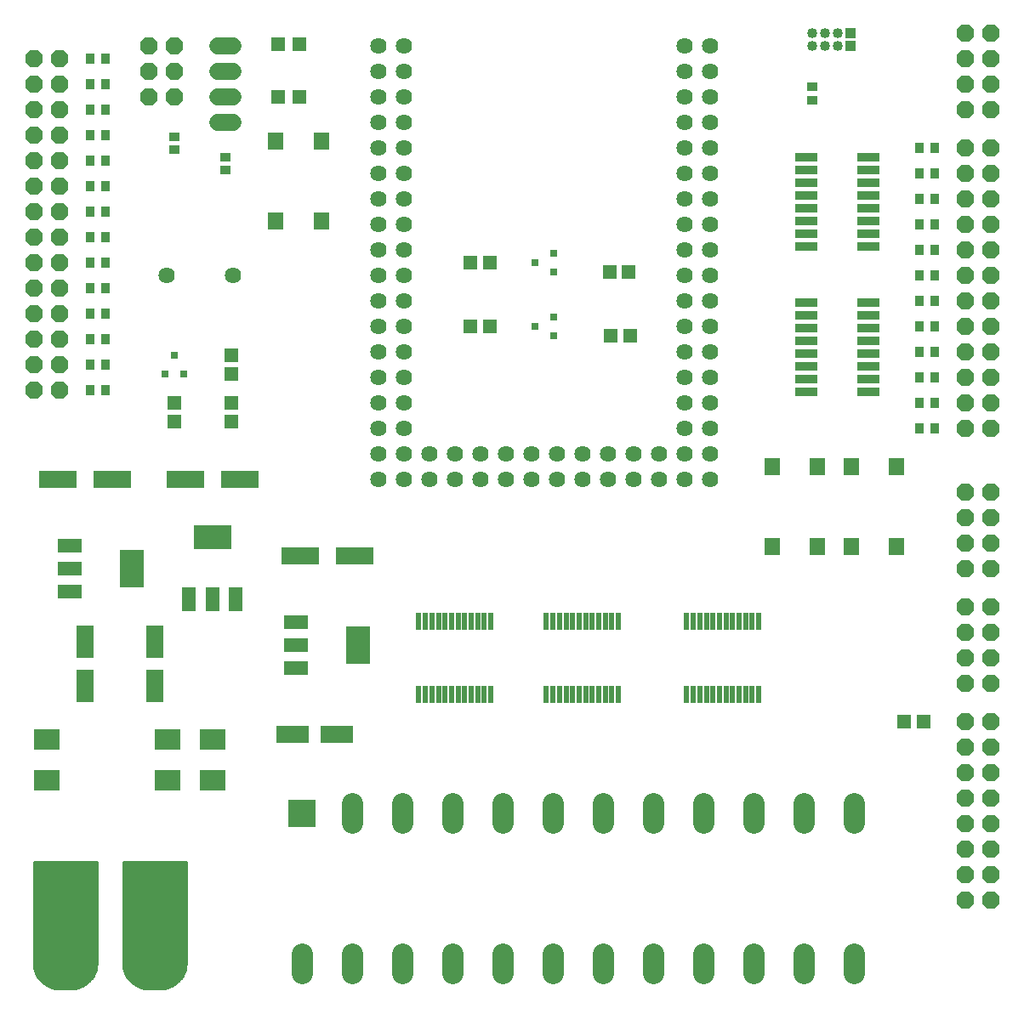
<source format=gts>
G75*
%MOIN*%
%OFA0B0*%
%FSLAX25Y25*%
%IPPOS*%
%LPD*%
%AMOC8*
5,1,8,0,0,1.08239X$1,22.5*
%
%ADD10C,0.06400*%
%ADD11R,0.07099X0.12611*%
%ADD12R,0.14580X0.07099*%
%ADD13R,0.12611X0.07099*%
%ADD14R,0.05800X0.05300*%
%ADD15R,0.10249X0.07887*%
%ADD16R,0.05600X0.09600*%
%ADD17R,0.14973X0.09461*%
%ADD18R,0.09600X0.05600*%
%ADD19R,0.09461X0.14973*%
%ADD20R,0.08800X0.03400*%
%ADD21C,0.04000*%
%ADD22R,0.04000X0.04000*%
%ADD23R,0.10800X0.10800*%
%ADD24C,0.08400*%
%ADD25OC8,0.06800*%
%ADD26C,0.06800*%
%ADD27R,0.05524X0.05524*%
%ADD28R,0.03200X0.04300*%
%ADD29R,0.04343X0.03556*%
%ADD30R,0.05300X0.05800*%
%ADD31R,0.03300X0.05800*%
%ADD32C,0.00500*%
%ADD33R,0.02375X0.06706*%
%ADD34R,0.03162X0.03162*%
%ADD35R,0.05918X0.06902*%
D10*
X0146000Y0211000D03*
X0146000Y0221000D03*
X0146000Y0231000D03*
X0146000Y0241000D03*
X0146000Y0251000D03*
X0146000Y0261000D03*
X0146000Y0271000D03*
X0146000Y0281000D03*
X0146000Y0291000D03*
X0146000Y0301000D03*
X0146000Y0311000D03*
X0146000Y0321000D03*
X0146000Y0331000D03*
X0146000Y0341000D03*
X0146000Y0351000D03*
X0146000Y0361000D03*
X0146000Y0371000D03*
X0146000Y0381000D03*
X0156000Y0381000D03*
X0156000Y0371000D03*
X0156000Y0361000D03*
X0156000Y0351000D03*
X0156000Y0341000D03*
X0156000Y0331000D03*
X0156000Y0321000D03*
X0156000Y0311000D03*
X0156000Y0301000D03*
X0156000Y0291000D03*
X0156000Y0281000D03*
X0156000Y0271000D03*
X0156000Y0261000D03*
X0156000Y0251000D03*
X0156000Y0241000D03*
X0156000Y0231000D03*
X0156000Y0221000D03*
X0156000Y0211000D03*
X0166000Y0211000D03*
X0166000Y0221000D03*
X0176000Y0221000D03*
X0176000Y0211000D03*
X0186000Y0211000D03*
X0186000Y0221000D03*
X0196000Y0221000D03*
X0196000Y0211000D03*
X0206000Y0211000D03*
X0206000Y0221000D03*
X0216000Y0221000D03*
X0216000Y0211000D03*
X0226000Y0211000D03*
X0226000Y0221000D03*
X0236000Y0221000D03*
X0236000Y0211000D03*
X0246000Y0211000D03*
X0246000Y0221000D03*
X0256000Y0221000D03*
X0256000Y0211000D03*
X0266000Y0211000D03*
X0266000Y0221000D03*
X0276000Y0221000D03*
X0276000Y0211000D03*
X0276000Y0231000D03*
X0276000Y0241000D03*
X0266000Y0241000D03*
X0266000Y0231000D03*
X0266000Y0251000D03*
X0266000Y0261000D03*
X0276000Y0261000D03*
X0276000Y0251000D03*
X0276000Y0271000D03*
X0276000Y0281000D03*
X0266000Y0281000D03*
X0266000Y0271000D03*
X0266000Y0291000D03*
X0276000Y0291000D03*
X0276000Y0301000D03*
X0276000Y0311000D03*
X0266000Y0311000D03*
X0266000Y0301000D03*
X0266000Y0321000D03*
X0266000Y0331000D03*
X0276000Y0331000D03*
X0276000Y0321000D03*
X0276000Y0341000D03*
X0276000Y0351000D03*
X0266000Y0351000D03*
X0266000Y0341000D03*
X0266000Y0361000D03*
X0266000Y0371000D03*
X0276000Y0371000D03*
X0276000Y0361000D03*
X0276000Y0381000D03*
X0266000Y0381000D03*
X0088992Y0291000D03*
X0063008Y0291000D03*
D11*
X0058500Y0147161D03*
X0058500Y0129839D03*
X0031000Y0129839D03*
X0031000Y0147161D03*
D12*
X0020370Y0211000D03*
X0041630Y0211000D03*
X0070370Y0211000D03*
X0091630Y0211000D03*
X0115370Y0181000D03*
X0136630Y0181000D03*
D13*
X0129661Y0111000D03*
X0112339Y0111000D03*
D14*
X0088500Y0233500D03*
X0088500Y0241000D03*
X0088500Y0252250D03*
X0088500Y0259750D03*
X0066000Y0241000D03*
X0066000Y0233500D03*
D15*
X0063500Y0108972D03*
X0063500Y0093028D03*
X0081000Y0093028D03*
X0081000Y0108972D03*
X0016000Y0108972D03*
X0016000Y0093028D03*
D16*
X0071900Y0163800D03*
X0081000Y0163800D03*
X0090100Y0163800D03*
D17*
X0081000Y0188201D03*
D18*
X0113800Y0155100D03*
X0113800Y0146000D03*
X0113800Y0136900D03*
X0025050Y0166900D03*
X0025050Y0176000D03*
X0025050Y0185100D03*
D19*
X0049451Y0176000D03*
X0138201Y0146000D03*
D20*
X0313900Y0245375D03*
X0313900Y0250375D03*
X0313900Y0255375D03*
X0313900Y0260375D03*
X0313900Y0265375D03*
X0313900Y0270375D03*
X0313900Y0275375D03*
X0313900Y0280375D03*
X0313900Y0302250D03*
X0313900Y0307250D03*
X0313900Y0312250D03*
X0313900Y0317250D03*
X0313900Y0322250D03*
X0313900Y0327250D03*
X0313900Y0332250D03*
X0313900Y0337250D03*
X0338100Y0337250D03*
X0338100Y0332250D03*
X0338100Y0327250D03*
X0338100Y0322250D03*
X0338100Y0317250D03*
X0338100Y0312250D03*
X0338100Y0307250D03*
X0338100Y0302250D03*
X0338100Y0280375D03*
X0338100Y0275375D03*
X0338100Y0270375D03*
X0338100Y0265375D03*
X0338100Y0260375D03*
X0338100Y0255375D03*
X0338100Y0250375D03*
X0338100Y0245375D03*
D21*
X0326000Y0381000D03*
X0326000Y0386000D03*
X0321000Y0386000D03*
X0321000Y0381000D03*
X0316000Y0381000D03*
X0316000Y0386000D03*
D22*
X0331000Y0386000D03*
X0331000Y0381000D03*
D23*
X0116000Y0080055D03*
D24*
X0135685Y0076255D02*
X0135685Y0083855D01*
X0155370Y0083855D02*
X0155370Y0076255D01*
X0175055Y0076255D02*
X0175055Y0083855D01*
X0194740Y0083855D02*
X0194740Y0076255D01*
X0214425Y0076255D02*
X0214425Y0083855D01*
X0234110Y0083855D02*
X0234110Y0076255D01*
X0253795Y0076255D02*
X0253795Y0083855D01*
X0273480Y0083855D02*
X0273480Y0076255D01*
X0293165Y0076255D02*
X0293165Y0083855D01*
X0312850Y0083855D02*
X0312850Y0076255D01*
X0332535Y0076255D02*
X0332535Y0083855D01*
X0332535Y0024800D02*
X0332535Y0017200D01*
X0312850Y0017200D02*
X0312850Y0024800D01*
X0293165Y0024800D02*
X0293165Y0017200D01*
X0273480Y0017200D02*
X0273480Y0024800D01*
X0253795Y0024800D02*
X0253795Y0017200D01*
X0234110Y0017200D02*
X0234110Y0024800D01*
X0214425Y0024800D02*
X0214425Y0017200D01*
X0194740Y0017200D02*
X0194740Y0024800D01*
X0175055Y0024800D02*
X0175055Y0017200D01*
X0155370Y0017200D02*
X0155370Y0024800D01*
X0135685Y0024800D02*
X0135685Y0017200D01*
X0116000Y0017200D02*
X0116000Y0024800D01*
D25*
X0021000Y0246000D03*
X0021000Y0256000D03*
X0021000Y0266000D03*
X0021000Y0276000D03*
X0021000Y0286000D03*
X0021000Y0296000D03*
X0021000Y0306000D03*
X0021000Y0316000D03*
X0021000Y0326000D03*
X0021000Y0336000D03*
X0021000Y0346000D03*
X0021000Y0356000D03*
X0021000Y0366000D03*
X0021000Y0376000D03*
X0011000Y0376000D03*
X0011000Y0366000D03*
X0011000Y0356000D03*
X0011000Y0346000D03*
X0011000Y0336000D03*
X0011000Y0326000D03*
X0011000Y0316000D03*
X0011000Y0306000D03*
X0011000Y0296000D03*
X0011000Y0286000D03*
X0011000Y0276000D03*
X0011000Y0266000D03*
X0011000Y0256000D03*
X0011000Y0246000D03*
X0056000Y0361000D03*
X0056000Y0371000D03*
X0066000Y0371000D03*
X0066000Y0361000D03*
X0066000Y0381000D03*
X0056000Y0381000D03*
X0376000Y0376000D03*
X0376000Y0366000D03*
X0386000Y0366000D03*
X0386000Y0376000D03*
X0386000Y0386000D03*
X0376000Y0386000D03*
X0376000Y0356000D03*
X0386000Y0356000D03*
X0386000Y0341000D03*
X0376000Y0341000D03*
X0376000Y0331000D03*
X0376000Y0321000D03*
X0386000Y0321000D03*
X0386000Y0331000D03*
X0386000Y0311000D03*
X0386000Y0301000D03*
X0376000Y0301000D03*
X0376000Y0311000D03*
X0376000Y0291000D03*
X0386000Y0291000D03*
X0386000Y0281000D03*
X0386000Y0271000D03*
X0376000Y0271000D03*
X0376000Y0281000D03*
X0376000Y0261000D03*
X0376000Y0251000D03*
X0386000Y0251000D03*
X0386000Y0261000D03*
X0386000Y0241000D03*
X0386000Y0231000D03*
X0376000Y0231000D03*
X0376000Y0241000D03*
X0376000Y0206000D03*
X0386000Y0206000D03*
X0386000Y0196000D03*
X0376000Y0196000D03*
X0376000Y0186000D03*
X0376000Y0176000D03*
X0386000Y0176000D03*
X0386000Y0186000D03*
X0386000Y0161000D03*
X0386000Y0151000D03*
X0376000Y0151000D03*
X0376000Y0161000D03*
X0376000Y0141000D03*
X0376000Y0131000D03*
X0386000Y0131000D03*
X0386000Y0141000D03*
X0386000Y0116000D03*
X0376000Y0116000D03*
X0376000Y0106000D03*
X0376000Y0096000D03*
X0386000Y0096000D03*
X0386000Y0106000D03*
X0386000Y0086000D03*
X0386000Y0076000D03*
X0376000Y0076000D03*
X0376000Y0086000D03*
X0376000Y0066000D03*
X0376000Y0056000D03*
X0386000Y0056000D03*
X0386000Y0066000D03*
X0386000Y0046000D03*
X0376000Y0046000D03*
D26*
X0089000Y0351000D02*
X0083000Y0351000D01*
X0083000Y0361000D02*
X0089000Y0361000D01*
X0089000Y0371000D02*
X0083000Y0371000D01*
X0083000Y0381000D02*
X0089000Y0381000D01*
D27*
X0106866Y0381625D03*
X0115134Y0381625D03*
X0115134Y0361000D03*
X0106866Y0361000D03*
D28*
X0038950Y0356000D03*
X0033050Y0356000D03*
X0033050Y0346000D03*
X0038950Y0346000D03*
X0038950Y0336000D03*
X0033050Y0336000D03*
X0033050Y0326000D03*
X0038950Y0326000D03*
X0038950Y0316000D03*
X0033050Y0316000D03*
X0033050Y0306000D03*
X0038950Y0306000D03*
X0038950Y0296000D03*
X0033050Y0296000D03*
X0033050Y0286000D03*
X0038950Y0286000D03*
X0038950Y0276000D03*
X0033050Y0276000D03*
X0033050Y0266000D03*
X0038950Y0266000D03*
X0038950Y0256000D03*
X0033050Y0256000D03*
X0033050Y0246000D03*
X0038950Y0246000D03*
X0038950Y0366000D03*
X0033050Y0366000D03*
X0033050Y0376000D03*
X0038950Y0376000D03*
X0358050Y0341000D03*
X0363950Y0341000D03*
X0363950Y0331000D03*
X0358050Y0331000D03*
X0358050Y0321000D03*
X0363950Y0321000D03*
X0363950Y0311000D03*
X0358050Y0311000D03*
X0358050Y0301000D03*
X0363950Y0301000D03*
X0363950Y0291000D03*
X0358050Y0291000D03*
X0358050Y0281000D03*
X0363950Y0281000D03*
X0363950Y0271000D03*
X0358050Y0271000D03*
X0358050Y0261000D03*
X0363950Y0261000D03*
X0363950Y0251000D03*
X0358050Y0251000D03*
X0358050Y0241000D03*
X0363950Y0241000D03*
X0363950Y0231000D03*
X0358050Y0231000D03*
D29*
X0316000Y0359691D03*
X0316000Y0364809D03*
X0086000Y0337309D03*
X0086000Y0332191D03*
X0066000Y0340316D03*
X0066000Y0345434D03*
D30*
X0182250Y0296000D03*
X0189750Y0296000D03*
X0189750Y0271000D03*
X0182250Y0271000D03*
X0237250Y0267250D03*
X0244750Y0267250D03*
X0244125Y0292250D03*
X0236625Y0292250D03*
X0352250Y0116000D03*
X0359750Y0116000D03*
D31*
X0061000Y0046000D03*
X0026000Y0041000D03*
D32*
X0033067Y0013961D02*
X0013933Y0013961D01*
X0013443Y0014451D02*
X0014451Y0013443D01*
X0015594Y0012587D01*
X0016846Y0011904D01*
X0018183Y0011405D01*
X0019577Y0011102D01*
X0021000Y0011000D01*
X0026000Y0011000D01*
X0027423Y0011102D01*
X0028817Y0011405D01*
X0030154Y0011904D01*
X0031406Y0012587D01*
X0032549Y0013443D01*
X0033557Y0014451D01*
X0034413Y0015594D01*
X0035096Y0016846D01*
X0035595Y0018183D01*
X0035898Y0019577D01*
X0036000Y0021000D01*
X0036000Y0061000D01*
X0011000Y0061000D01*
X0011000Y0021000D01*
X0011102Y0019577D01*
X0011405Y0018183D01*
X0011904Y0016846D01*
X0012587Y0015594D01*
X0013443Y0014451D01*
X0013436Y0014460D02*
X0033564Y0014460D01*
X0033937Y0014958D02*
X0013063Y0014958D01*
X0012690Y0015457D02*
X0034310Y0015457D01*
X0034610Y0015955D02*
X0012390Y0015955D01*
X0012118Y0016454D02*
X0034882Y0016454D01*
X0035136Y0016952D02*
X0011864Y0016952D01*
X0011678Y0017451D02*
X0035322Y0017451D01*
X0035508Y0017949D02*
X0011492Y0017949D01*
X0011347Y0018448D02*
X0035653Y0018448D01*
X0035761Y0018946D02*
X0011239Y0018946D01*
X0011130Y0019445D02*
X0035870Y0019445D01*
X0035924Y0019943D02*
X0011076Y0019943D01*
X0011040Y0020442D02*
X0035960Y0020442D01*
X0035996Y0020940D02*
X0011004Y0020940D01*
X0011000Y0021439D02*
X0036000Y0021439D01*
X0036000Y0021937D02*
X0011000Y0021937D01*
X0011000Y0022436D02*
X0036000Y0022436D01*
X0036000Y0022934D02*
X0011000Y0022934D01*
X0011000Y0023433D02*
X0036000Y0023433D01*
X0036000Y0023932D02*
X0011000Y0023932D01*
X0011000Y0024430D02*
X0036000Y0024430D01*
X0036000Y0024929D02*
X0011000Y0024929D01*
X0011000Y0025427D02*
X0036000Y0025427D01*
X0036000Y0025926D02*
X0011000Y0025926D01*
X0011000Y0026424D02*
X0036000Y0026424D01*
X0036000Y0026923D02*
X0011000Y0026923D01*
X0011000Y0027421D02*
X0036000Y0027421D01*
X0036000Y0027920D02*
X0011000Y0027920D01*
X0011000Y0028418D02*
X0036000Y0028418D01*
X0036000Y0028917D02*
X0011000Y0028917D01*
X0011000Y0029415D02*
X0036000Y0029415D01*
X0036000Y0029914D02*
X0011000Y0029914D01*
X0011000Y0030412D02*
X0036000Y0030412D01*
X0036000Y0030911D02*
X0011000Y0030911D01*
X0011000Y0031409D02*
X0036000Y0031409D01*
X0036000Y0031908D02*
X0011000Y0031908D01*
X0011000Y0032406D02*
X0036000Y0032406D01*
X0036000Y0032905D02*
X0011000Y0032905D01*
X0011000Y0033403D02*
X0036000Y0033403D01*
X0036000Y0033902D02*
X0011000Y0033902D01*
X0011000Y0034400D02*
X0036000Y0034400D01*
X0036000Y0034899D02*
X0011000Y0034899D01*
X0011000Y0035397D02*
X0036000Y0035397D01*
X0036000Y0035896D02*
X0011000Y0035896D01*
X0011000Y0036394D02*
X0036000Y0036394D01*
X0036000Y0036893D02*
X0011000Y0036893D01*
X0011000Y0037391D02*
X0036000Y0037391D01*
X0036000Y0037890D02*
X0011000Y0037890D01*
X0011000Y0038388D02*
X0036000Y0038388D01*
X0036000Y0038887D02*
X0011000Y0038887D01*
X0011000Y0039385D02*
X0036000Y0039385D01*
X0036000Y0039884D02*
X0011000Y0039884D01*
X0011000Y0040382D02*
X0036000Y0040382D01*
X0036000Y0040881D02*
X0011000Y0040881D01*
X0011000Y0041379D02*
X0036000Y0041379D01*
X0036000Y0041878D02*
X0011000Y0041878D01*
X0011000Y0042376D02*
X0036000Y0042376D01*
X0036000Y0042875D02*
X0011000Y0042875D01*
X0011000Y0043373D02*
X0036000Y0043373D01*
X0036000Y0043872D02*
X0011000Y0043872D01*
X0011000Y0044370D02*
X0036000Y0044370D01*
X0036000Y0044869D02*
X0011000Y0044869D01*
X0011000Y0045368D02*
X0036000Y0045368D01*
X0036000Y0045866D02*
X0011000Y0045866D01*
X0011000Y0046365D02*
X0036000Y0046365D01*
X0036000Y0046863D02*
X0011000Y0046863D01*
X0011000Y0047362D02*
X0036000Y0047362D01*
X0036000Y0047860D02*
X0011000Y0047860D01*
X0011000Y0048359D02*
X0036000Y0048359D01*
X0036000Y0048857D02*
X0011000Y0048857D01*
X0011000Y0049356D02*
X0036000Y0049356D01*
X0036000Y0049854D02*
X0011000Y0049854D01*
X0011000Y0050353D02*
X0036000Y0050353D01*
X0036000Y0050851D02*
X0011000Y0050851D01*
X0011000Y0051350D02*
X0036000Y0051350D01*
X0036000Y0051848D02*
X0011000Y0051848D01*
X0011000Y0052347D02*
X0036000Y0052347D01*
X0036000Y0052845D02*
X0011000Y0052845D01*
X0011000Y0053344D02*
X0036000Y0053344D01*
X0036000Y0053842D02*
X0011000Y0053842D01*
X0011000Y0054341D02*
X0036000Y0054341D01*
X0036000Y0054839D02*
X0011000Y0054839D01*
X0011000Y0055338D02*
X0036000Y0055338D01*
X0036000Y0055836D02*
X0011000Y0055836D01*
X0011000Y0056335D02*
X0036000Y0056335D01*
X0036000Y0056833D02*
X0011000Y0056833D01*
X0011000Y0057332D02*
X0036000Y0057332D01*
X0036000Y0057830D02*
X0011000Y0057830D01*
X0011000Y0058329D02*
X0036000Y0058329D01*
X0036000Y0058827D02*
X0011000Y0058827D01*
X0011000Y0059326D02*
X0036000Y0059326D01*
X0036000Y0059824D02*
X0011000Y0059824D01*
X0011000Y0060323D02*
X0036000Y0060323D01*
X0036000Y0060821D02*
X0011000Y0060821D01*
X0046000Y0060821D02*
X0071000Y0060821D01*
X0071000Y0061000D02*
X0071000Y0021000D01*
X0070898Y0019577D01*
X0070595Y0018183D01*
X0070096Y0016846D01*
X0069413Y0015594D01*
X0068557Y0014451D01*
X0067549Y0013443D01*
X0066406Y0012587D01*
X0065154Y0011904D01*
X0063817Y0011405D01*
X0062423Y0011102D01*
X0061000Y0011000D01*
X0056000Y0011000D01*
X0054577Y0011102D01*
X0053183Y0011405D01*
X0051846Y0011904D01*
X0050594Y0012587D01*
X0049451Y0013443D01*
X0048443Y0014451D01*
X0047587Y0015594D01*
X0046904Y0016846D01*
X0046405Y0018183D01*
X0046102Y0019577D01*
X0046000Y0021000D01*
X0046000Y0061000D01*
X0071000Y0061000D01*
X0071000Y0060323D02*
X0046000Y0060323D01*
X0046000Y0059824D02*
X0071000Y0059824D01*
X0071000Y0059326D02*
X0046000Y0059326D01*
X0046000Y0058827D02*
X0071000Y0058827D01*
X0071000Y0058329D02*
X0046000Y0058329D01*
X0046000Y0057830D02*
X0071000Y0057830D01*
X0071000Y0057332D02*
X0046000Y0057332D01*
X0046000Y0056833D02*
X0071000Y0056833D01*
X0071000Y0056335D02*
X0046000Y0056335D01*
X0046000Y0055836D02*
X0071000Y0055836D01*
X0071000Y0055338D02*
X0046000Y0055338D01*
X0046000Y0054839D02*
X0071000Y0054839D01*
X0071000Y0054341D02*
X0046000Y0054341D01*
X0046000Y0053842D02*
X0071000Y0053842D01*
X0071000Y0053344D02*
X0046000Y0053344D01*
X0046000Y0052845D02*
X0071000Y0052845D01*
X0071000Y0052347D02*
X0046000Y0052347D01*
X0046000Y0051848D02*
X0071000Y0051848D01*
X0071000Y0051350D02*
X0046000Y0051350D01*
X0046000Y0050851D02*
X0071000Y0050851D01*
X0071000Y0050353D02*
X0046000Y0050353D01*
X0046000Y0049854D02*
X0071000Y0049854D01*
X0071000Y0049356D02*
X0046000Y0049356D01*
X0046000Y0048857D02*
X0071000Y0048857D01*
X0071000Y0048359D02*
X0046000Y0048359D01*
X0046000Y0047860D02*
X0071000Y0047860D01*
X0071000Y0047362D02*
X0046000Y0047362D01*
X0046000Y0046863D02*
X0071000Y0046863D01*
X0071000Y0046365D02*
X0046000Y0046365D01*
X0046000Y0045866D02*
X0071000Y0045866D01*
X0071000Y0045368D02*
X0046000Y0045368D01*
X0046000Y0044869D02*
X0071000Y0044869D01*
X0071000Y0044370D02*
X0046000Y0044370D01*
X0046000Y0043872D02*
X0071000Y0043872D01*
X0071000Y0043373D02*
X0046000Y0043373D01*
X0046000Y0042875D02*
X0071000Y0042875D01*
X0071000Y0042376D02*
X0046000Y0042376D01*
X0046000Y0041878D02*
X0071000Y0041878D01*
X0071000Y0041379D02*
X0046000Y0041379D01*
X0046000Y0040881D02*
X0071000Y0040881D01*
X0071000Y0040382D02*
X0046000Y0040382D01*
X0046000Y0039884D02*
X0071000Y0039884D01*
X0071000Y0039385D02*
X0046000Y0039385D01*
X0046000Y0038887D02*
X0071000Y0038887D01*
X0071000Y0038388D02*
X0046000Y0038388D01*
X0046000Y0037890D02*
X0071000Y0037890D01*
X0071000Y0037391D02*
X0046000Y0037391D01*
X0046000Y0036893D02*
X0071000Y0036893D01*
X0071000Y0036394D02*
X0046000Y0036394D01*
X0046000Y0035896D02*
X0071000Y0035896D01*
X0071000Y0035397D02*
X0046000Y0035397D01*
X0046000Y0034899D02*
X0071000Y0034899D01*
X0071000Y0034400D02*
X0046000Y0034400D01*
X0046000Y0033902D02*
X0071000Y0033902D01*
X0071000Y0033403D02*
X0046000Y0033403D01*
X0046000Y0032905D02*
X0071000Y0032905D01*
X0071000Y0032406D02*
X0046000Y0032406D01*
X0046000Y0031908D02*
X0071000Y0031908D01*
X0071000Y0031409D02*
X0046000Y0031409D01*
X0046000Y0030911D02*
X0071000Y0030911D01*
X0071000Y0030412D02*
X0046000Y0030412D01*
X0046000Y0029914D02*
X0071000Y0029914D01*
X0071000Y0029415D02*
X0046000Y0029415D01*
X0046000Y0028917D02*
X0071000Y0028917D01*
X0071000Y0028418D02*
X0046000Y0028418D01*
X0046000Y0027920D02*
X0071000Y0027920D01*
X0071000Y0027421D02*
X0046000Y0027421D01*
X0046000Y0026923D02*
X0071000Y0026923D01*
X0071000Y0026424D02*
X0046000Y0026424D01*
X0046000Y0025926D02*
X0071000Y0025926D01*
X0071000Y0025427D02*
X0046000Y0025427D01*
X0046000Y0024929D02*
X0071000Y0024929D01*
X0071000Y0024430D02*
X0046000Y0024430D01*
X0046000Y0023932D02*
X0071000Y0023932D01*
X0071000Y0023433D02*
X0046000Y0023433D01*
X0046000Y0022934D02*
X0071000Y0022934D01*
X0071000Y0022436D02*
X0046000Y0022436D01*
X0046000Y0021937D02*
X0071000Y0021937D01*
X0071000Y0021439D02*
X0046000Y0021439D01*
X0046004Y0020940D02*
X0070996Y0020940D01*
X0070960Y0020442D02*
X0046040Y0020442D01*
X0046076Y0019943D02*
X0070924Y0019943D01*
X0070870Y0019445D02*
X0046130Y0019445D01*
X0046239Y0018946D02*
X0070761Y0018946D01*
X0070653Y0018448D02*
X0046347Y0018448D01*
X0046492Y0017949D02*
X0070508Y0017949D01*
X0070322Y0017451D02*
X0046678Y0017451D01*
X0046864Y0016952D02*
X0070136Y0016952D01*
X0069882Y0016454D02*
X0047118Y0016454D01*
X0047390Y0015955D02*
X0069610Y0015955D01*
X0069310Y0015457D02*
X0047690Y0015457D01*
X0048063Y0014958D02*
X0068937Y0014958D01*
X0068564Y0014460D02*
X0048436Y0014460D01*
X0048933Y0013961D02*
X0068067Y0013961D01*
X0067569Y0013463D02*
X0049431Y0013463D01*
X0050090Y0012964D02*
X0066910Y0012964D01*
X0066184Y0012466D02*
X0050816Y0012466D01*
X0051729Y0011967D02*
X0065271Y0011967D01*
X0063988Y0011469D02*
X0053012Y0011469D01*
X0032569Y0013463D02*
X0014431Y0013463D01*
X0015090Y0012964D02*
X0031910Y0012964D01*
X0031184Y0012466D02*
X0015816Y0012466D01*
X0016729Y0011967D02*
X0030271Y0011967D01*
X0028988Y0011469D02*
X0018012Y0011469D01*
D33*
X0161925Y0126728D03*
X0164484Y0126728D03*
X0167043Y0126728D03*
X0169602Y0126728D03*
X0172161Y0126728D03*
X0174720Y0126728D03*
X0177280Y0126728D03*
X0179839Y0126728D03*
X0182398Y0126728D03*
X0184957Y0126728D03*
X0187516Y0126728D03*
X0190075Y0126728D03*
X0211925Y0126728D03*
X0214484Y0126728D03*
X0217043Y0126728D03*
X0219602Y0126728D03*
X0222161Y0126728D03*
X0224720Y0126728D03*
X0227280Y0126728D03*
X0229839Y0126728D03*
X0232398Y0126728D03*
X0234957Y0126728D03*
X0237516Y0126728D03*
X0240075Y0126728D03*
X0266925Y0126728D03*
X0269484Y0126728D03*
X0272043Y0126728D03*
X0274602Y0126728D03*
X0277161Y0126728D03*
X0279720Y0126728D03*
X0282280Y0126728D03*
X0284839Y0126728D03*
X0287398Y0126728D03*
X0289957Y0126728D03*
X0292516Y0126728D03*
X0295075Y0126728D03*
X0295075Y0155272D03*
X0292516Y0155272D03*
X0289957Y0155272D03*
X0287398Y0155272D03*
X0284839Y0155272D03*
X0282280Y0155272D03*
X0279720Y0155272D03*
X0277161Y0155272D03*
X0274602Y0155272D03*
X0272043Y0155272D03*
X0269484Y0155272D03*
X0266925Y0155272D03*
X0240075Y0155272D03*
X0237516Y0155272D03*
X0234957Y0155272D03*
X0232398Y0155272D03*
X0229839Y0155272D03*
X0227280Y0155272D03*
X0224720Y0155272D03*
X0222161Y0155272D03*
X0219602Y0155272D03*
X0217043Y0155272D03*
X0214484Y0155272D03*
X0211925Y0155272D03*
X0190075Y0155272D03*
X0187516Y0155272D03*
X0184957Y0155272D03*
X0182398Y0155272D03*
X0179839Y0155272D03*
X0177280Y0155272D03*
X0174720Y0155272D03*
X0172161Y0155272D03*
X0169602Y0155272D03*
X0167043Y0155272D03*
X0164484Y0155272D03*
X0161925Y0155272D03*
D34*
X0069740Y0252260D03*
X0062260Y0252260D03*
X0066000Y0259740D03*
X0207260Y0271000D03*
X0214740Y0267260D03*
X0214740Y0274740D03*
X0214740Y0292260D03*
X0214740Y0299740D03*
X0207260Y0296000D03*
D35*
X0123608Y0312225D03*
X0105892Y0312225D03*
X0105892Y0343525D03*
X0123608Y0343525D03*
X0300267Y0216025D03*
X0317983Y0216025D03*
X0331517Y0216025D03*
X0349233Y0216025D03*
X0349233Y0184725D03*
X0331517Y0184725D03*
X0317983Y0184725D03*
X0300267Y0184725D03*
M02*

</source>
